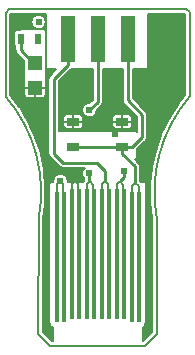
<source format=gbr>
%TF.GenerationSoftware,KiCad,Pcbnew,5.1.6-c6e7f7d~86~ubuntu18.04.1*%
%TF.CreationDate,2020-06-11T10:44:15+02:00*%
%TF.ProjectId,AVR_ISP_With_POGO_Pin,4156525f-4953-4505-9f57-6974685f504f,rev?*%
%TF.SameCoordinates,PX80efd00PY76109c0*%
%TF.FileFunction,Copper,L1,Top*%
%TF.FilePolarity,Positive*%
%FSLAX46Y46*%
G04 Gerber Fmt 4.6, Leading zero omitted, Abs format (unit mm)*
G04 Created by KiCad (PCBNEW 5.1.6-c6e7f7d~86~ubuntu18.04.1) date 2020-06-11 10:44:15*
%MOMM*%
%LPD*%
G01*
G04 APERTURE LIST*
%TA.AperFunction,Profile*%
%ADD10C,0.150000*%
%TD*%
%TA.AperFunction,SMDPad,CuDef*%
%ADD11R,1.198880X1.198880*%
%TD*%
%TA.AperFunction,SMDPad,CuDef*%
%ADD12R,0.500000X0.900000*%
%TD*%
%TA.AperFunction,SMDPad,CuDef*%
%ADD13R,1.050000X0.650000*%
%TD*%
%TA.AperFunction,SMDPad,CuDef*%
%ADD14R,1.300000X4.000000*%
%TD*%
%TA.AperFunction,SMDPad,CuDef*%
%ADD15R,0.304800X11.000000*%
%TD*%
%TA.AperFunction,ViaPad*%
%ADD16C,0.609600*%
%TD*%
%TA.AperFunction,Conductor*%
%ADD17C,0.152400*%
%TD*%
%TA.AperFunction,Conductor*%
%ADD18C,0.254000*%
%TD*%
%TA.AperFunction,Conductor*%
%ADD19C,0.203200*%
%TD*%
%TA.AperFunction,Conductor*%
%ADD20C,0.457200*%
%TD*%
G04 APERTURE END LIST*
D10*
X2780000Y1020000D02*
X3800000Y0D01*
X2802713Y10749714D02*
X2780000Y1020000D01*
X15600000Y28210000D02*
X15300000Y28500000D01*
X15602763Y21102606D02*
X15600000Y28210000D01*
X300000Y28500000D02*
X0Y28200000D01*
X15300000Y28500000D02*
X300000Y28500000D01*
X15602763Y21102605D02*
G75*
G03*
X12800000Y10800000I9447237J-8102605D01*
G01*
X2802713Y10749714D02*
G75*
G03*
X0Y21100000I-12202713J2250286D01*
G01*
X11800000Y0D02*
X12800000Y1000000D01*
X11800000Y0D02*
X3800000Y0D01*
X12800000Y10800000D02*
X12800000Y1000000D01*
X0Y21100000D02*
X0Y28200000D01*
D11*
%TO.P,D1,2*%
%TO.N,Net-(D1-Pad2)*%
X2500000Y23949020D03*
%TO.P,D1,1*%
%TO.N,/GND*%
X2500000Y21850980D03*
%TD*%
D12*
%TO.P,R1,1*%
%TO.N,/VCC*%
X2770000Y26000000D03*
%TO.P,R1,2*%
%TO.N,Net-(D1-Pad2)*%
X1270000Y26000000D03*
%TD*%
D13*
%TO.P,S1,1*%
%TO.N,/GND*%
X5725000Y18975000D03*
X9875000Y18975000D03*
%TO.P,S1,2*%
%TO.N,/RESET*%
X5725000Y16825000D03*
X9875000Y16825000D03*
%TD*%
D14*
%TO.P,P1,1*%
%TO.N,/MISO*%
X5260000Y26000000D03*
%TO.P,P1,3*%
%TO.N,/SCK*%
X7800000Y26000000D03*
%TO.P,P1,5*%
%TO.N,/RESET*%
X10340000Y26000000D03*
%TD*%
D15*
%TO.P,P2,5*%
%TO.N,/RESET*%
X11267100Y7520600D03*
X10682900Y7520600D03*
%TO.P,P2,4*%
%TO.N,/MOSI*%
X9997100Y7774600D03*
%TO.P,P2,1*%
%TO.N,/MISO*%
X8727100Y7774600D03*
%TO.P,P2,3*%
%TO.N,/SCK*%
X7457100Y7774600D03*
%TO.P,P2,6*%
%TO.N,/GND*%
X6187100Y7774600D03*
%TO.P,P2,2*%
%TO.N,/VCC*%
X4917100Y7520600D03*
%TO.P,P2,4*%
%TO.N,/MOSI*%
X9412900Y7774600D03*
%TO.P,P2,1*%
%TO.N,/MISO*%
X8142900Y7774600D03*
%TO.P,P2,3*%
%TO.N,/SCK*%
X6872900Y7774600D03*
%TO.P,P2,6*%
%TO.N,/GND*%
X5602900Y7774600D03*
%TO.P,P2,2*%
%TO.N,/VCC*%
X4332900Y7520600D03*
%TD*%
D16*
%TO.N,/GND*%
X14500000Y27400000D03*
X1100000Y27400000D03*
X12500000Y17700000D03*
X2794000Y19939000D03*
X3600000Y1700000D03*
X12000000Y1700000D03*
X9300000Y17900000D03*
X6600000Y23000000D03*
%TO.N,/VCC*%
X4650000Y13950000D03*
X2794000Y27400000D03*
%TO.N,/SCK*%
X7100000Y14600018D03*
X7100000Y19950000D03*
%TO.N,/MOSI*%
X10050000Y14750000D03*
%TD*%
D17*
%TO.N,Net-(D1-Pad2)*%
X2500000Y23949020D02*
X2339980Y23949020D01*
D18*
X1270000Y25019000D02*
X1270000Y26000000D01*
X2339980Y23949020D02*
X1270000Y25019000D01*
D19*
%TO.N,/GND*%
X5641000Y7774600D02*
X5641000Y13691000D01*
X5641000Y13691000D02*
X5900000Y13950000D01*
X5900000Y13950000D02*
X6149000Y13701000D01*
X6149000Y13701000D02*
X6149000Y7774600D01*
%TO.N,/VCC*%
X4650000Y13950000D02*
X4879000Y13721000D01*
X4879000Y13721000D02*
X4879000Y7774600D01*
X4650000Y13950000D02*
X4371000Y13671000D01*
X4371000Y13671000D02*
X4371000Y7774600D01*
D18*
X2794000Y26024000D02*
X2770000Y26000000D01*
D19*
%TO.N,/MISO*%
X8181000Y7774600D02*
X8181000Y13681000D01*
X8689000Y13661000D02*
X8689000Y7774600D01*
X8181000Y13681000D02*
X8425000Y13925000D01*
X8425000Y13925000D02*
X8689000Y13661000D01*
D18*
X8425000Y14816000D02*
X7747000Y15494000D01*
X8425000Y13925000D02*
X8425000Y14816000D01*
X4826000Y15494000D02*
X4064000Y16256000D01*
X4064000Y16256000D02*
X4064000Y22550000D01*
X5260000Y23746000D02*
X5260000Y26000000D01*
X4064000Y22550000D02*
X5260000Y23746000D01*
X7747000Y15494000D02*
X4826000Y15494000D01*
%TO.N,/SCK*%
X7100000Y14168966D02*
X7100000Y14600018D01*
X7100000Y13950000D02*
X7100000Y14168966D01*
X7150000Y13900000D02*
X7100000Y13950000D01*
X7800000Y26000000D02*
X7800000Y20650000D01*
X7800000Y20650000D02*
X7100000Y19950000D01*
X7800000Y26000000D02*
X7800000Y24650000D01*
D19*
X6911000Y7774600D02*
X6911000Y13661000D01*
X6911000Y13661000D02*
X7150000Y13900000D01*
X7150000Y13900000D02*
X7419000Y13631000D01*
X7419000Y13631000D02*
X7419000Y7774600D01*
%TO.N,/RESET*%
X10950000Y13800000D02*
X11267100Y13482900D01*
X11267100Y13482900D02*
X11267100Y7520600D01*
X10950000Y13800000D02*
X10682900Y13532900D01*
X10682900Y13532900D02*
X10682900Y7520600D01*
D18*
X9875000Y16825000D02*
X9875000Y16246000D01*
X9875000Y16246000D02*
X10950000Y15171000D01*
X10950000Y15171000D02*
X10950000Y13800000D01*
X5725000Y16825000D02*
X9875000Y16825000D01*
D20*
X9875000Y16825000D02*
X10075000Y16825000D01*
D18*
X10729000Y16825000D02*
X9875000Y16825000D01*
X11557000Y17653000D02*
X10729000Y16825000D01*
X11557000Y19558000D02*
X11557000Y17653000D01*
X10340000Y26000000D02*
X10340000Y20775000D01*
X10340000Y20775000D02*
X11557000Y19558000D01*
%TO.N,/MOSI*%
X10050000Y14750000D02*
X10050000Y14318948D01*
X9700000Y13968948D02*
X9700000Y13900000D01*
X10050000Y14318948D02*
X9700000Y13968948D01*
D19*
X9700000Y13900000D02*
X9959000Y13641000D01*
X9959000Y13641000D02*
X9959000Y7774600D01*
X9451000Y13651000D02*
X9700000Y13900000D01*
X9451000Y7774600D02*
X9451000Y13651000D01*
%TD*%
%TO.N,/GND*%
G36*
X3454400Y23495000D02*
G01*
X3456352Y23475179D01*
X3462134Y23456119D01*
X3471523Y23438554D01*
X3484158Y23423158D01*
X3499554Y23410523D01*
X3517119Y23401134D01*
X3536179Y23395352D01*
X3556000Y23393400D01*
X4296743Y23393400D01*
X3773674Y22870330D01*
X3757195Y22856806D01*
X3703235Y22791056D01*
X3684869Y22756695D01*
X3663140Y22716042D01*
X3638448Y22634647D01*
X3630111Y22550000D01*
X3632201Y22528780D01*
X3632200Y16277210D01*
X3630111Y16256000D01*
X3632200Y16234791D01*
X3638448Y16171353D01*
X3663139Y16089959D01*
X3703234Y16014945D01*
X3757194Y15949194D01*
X3773679Y15935665D01*
X4505670Y15203674D01*
X4519194Y15187194D01*
X4576751Y15139958D01*
X4584944Y15133234D01*
X4659958Y15093139D01*
X4741352Y15068448D01*
X4826000Y15060111D01*
X4847210Y15062200D01*
X6700076Y15062200D01*
X6626492Y14988616D01*
X6559779Y14888772D01*
X6513826Y14777832D01*
X6490400Y14660058D01*
X6490400Y14539978D01*
X6513826Y14422204D01*
X6559779Y14311264D01*
X6626492Y14211420D01*
X6668200Y14169712D01*
X6668200Y13992936D01*
X6637741Y13962477D01*
X6622243Y13949758D01*
X6609524Y13934260D01*
X6609518Y13934254D01*
X6588549Y13908702D01*
X6571457Y13887876D01*
X6560767Y13867876D01*
X6533893Y13817600D01*
X5274383Y13817600D01*
X5256762Y13875690D01*
X5259600Y13889960D01*
X5259600Y14010040D01*
X5236174Y14127814D01*
X5190221Y14238754D01*
X5123508Y14338598D01*
X5038598Y14423508D01*
X4938754Y14490221D01*
X4827814Y14536174D01*
X4710040Y14559600D01*
X4589960Y14559600D01*
X4472186Y14536174D01*
X4361246Y14490221D01*
X4261402Y14423508D01*
X4176492Y14338598D01*
X4109779Y14238754D01*
X4063826Y14127814D01*
X4040400Y14010040D01*
X4040400Y13908773D01*
X4031456Y13897875D01*
X3999621Y13838315D01*
X3993719Y13827274D01*
X3990784Y13817600D01*
X3810000Y13817600D01*
X3790179Y13815648D01*
X3771119Y13809866D01*
X3753554Y13800477D01*
X3738158Y13787842D01*
X3725523Y13772446D01*
X3716134Y13754881D01*
X3710352Y13735821D01*
X3708400Y13716000D01*
X3708400Y1651000D01*
X3710352Y1631179D01*
X3716134Y1612119D01*
X3725523Y1594554D01*
X3738158Y1579158D01*
X3753554Y1566523D01*
X3771119Y1557134D01*
X3790179Y1551352D01*
X3810000Y1549400D01*
X3998400Y1549400D01*
X3998400Y379800D01*
X3957318Y379800D01*
X3179800Y1157318D01*
X3179800Y10704230D01*
X3342341Y11922587D01*
X3342744Y11927892D01*
X3343596Y11933121D01*
X3345546Y11962879D01*
X3382337Y13369339D01*
X3382134Y13375975D01*
X3382452Y13382596D01*
X3381021Y13412383D01*
X3258360Y14813966D01*
X3257408Y14820533D01*
X3256974Y14827150D01*
X3252189Y14856520D01*
X3252180Y14856585D01*
X3252175Y14856605D01*
X2971643Y16235273D01*
X2969956Y16241682D01*
X2968774Y16248215D01*
X2960678Y16276917D01*
X2525874Y17614986D01*
X2523471Y17621165D01*
X2521558Y17627521D01*
X2510265Y17655122D01*
X1926781Y18935368D01*
X1923689Y18941244D01*
X1921073Y18947333D01*
X1906742Y18973455D01*
X1906729Y18973479D01*
X1906724Y18973487D01*
X1182068Y20179442D01*
X1178333Y20184927D01*
X1175042Y20190685D01*
X1157830Y20215038D01*
X379800Y21228930D01*
X379800Y21251540D01*
X1594285Y21251540D01*
X1600170Y21191789D01*
X1617599Y21134334D01*
X1645902Y21081383D01*
X1683991Y21034971D01*
X1730403Y20996882D01*
X1783354Y20968579D01*
X1840809Y20951150D01*
X1900560Y20945265D01*
X2423750Y20946740D01*
X2499950Y21022940D01*
X2499950Y21850930D01*
X2500050Y21850930D01*
X2500050Y21022940D01*
X2576250Y20946740D01*
X3099440Y20945265D01*
X3159191Y20951150D01*
X3216646Y20968579D01*
X3269597Y20996882D01*
X3316009Y21034971D01*
X3354098Y21081383D01*
X3382401Y21134334D01*
X3399830Y21191789D01*
X3405715Y21251540D01*
X3404240Y21774730D01*
X3328040Y21850930D01*
X2500050Y21850930D01*
X2499950Y21850930D01*
X1671960Y21850930D01*
X1595760Y21774730D01*
X1594285Y21251540D01*
X379800Y21251540D01*
X379800Y26450000D01*
X713726Y26450000D01*
X713726Y25550000D01*
X719611Y25490249D01*
X737040Y25432794D01*
X765342Y25379843D01*
X803432Y25333432D01*
X838200Y25304897D01*
X838200Y25040210D01*
X836111Y25019000D01*
X838200Y24997791D01*
X844448Y24934353D01*
X869139Y24852959D01*
X909234Y24777945D01*
X963194Y24712194D01*
X979679Y24698665D01*
X1549400Y24128943D01*
X1549400Y22479000D01*
X1551352Y22459179D01*
X1557134Y22440119D01*
X1566523Y22422554D01*
X1579158Y22407158D01*
X1594442Y22394615D01*
X1595760Y21927230D01*
X1671960Y21851030D01*
X2499950Y21851030D01*
X2499950Y21871030D01*
X2500050Y21871030D01*
X2500050Y21851030D01*
X3328040Y21851030D01*
X3404240Y21927230D01*
X3405715Y22450420D01*
X3403250Y22475447D01*
X3403600Y22479000D01*
X3403600Y23328116D01*
X3405714Y23349580D01*
X3405714Y24548460D01*
X3403600Y24569924D01*
X3403600Y26670000D01*
X3401648Y26689821D01*
X3395866Y26708881D01*
X3386477Y26726446D01*
X3373842Y26741842D01*
X3358446Y26754477D01*
X3340881Y26763866D01*
X3321821Y26769648D01*
X3302000Y26771600D01*
X1270000Y26771600D01*
X1250179Y26769648D01*
X1231119Y26763866D01*
X1216916Y26756274D01*
X1020000Y26756274D01*
X960249Y26750389D01*
X902794Y26732960D01*
X849843Y26704658D01*
X803432Y26666568D01*
X765342Y26620157D01*
X737040Y26567206D01*
X719611Y26509751D01*
X713726Y26450000D01*
X379800Y26450000D01*
X379800Y27460040D01*
X2184400Y27460040D01*
X2184400Y27339960D01*
X2207826Y27222186D01*
X2253779Y27111246D01*
X2320492Y27011402D01*
X2405402Y26926492D01*
X2505246Y26859779D01*
X2616186Y26813826D01*
X2733960Y26790400D01*
X2854040Y26790400D01*
X2971814Y26813826D01*
X3082754Y26859779D01*
X3182598Y26926492D01*
X3267508Y27011402D01*
X3334221Y27111246D01*
X3380174Y27222186D01*
X3403600Y27339960D01*
X3403600Y27460040D01*
X3380174Y27577814D01*
X3334221Y27688754D01*
X3267508Y27788598D01*
X3182598Y27873508D01*
X3082754Y27940221D01*
X2971814Y27986174D01*
X2854040Y28009600D01*
X2733960Y28009600D01*
X2616186Y27986174D01*
X2505246Y27940221D01*
X2405402Y27873508D01*
X2320492Y27788598D01*
X2253779Y27688754D01*
X2207826Y27577814D01*
X2184400Y27460040D01*
X379800Y27460040D01*
X379800Y28042682D01*
X457319Y28120200D01*
X3454400Y28120200D01*
X3454400Y23495000D01*
G37*
X3454400Y23495000D02*
X3456352Y23475179D01*
X3462134Y23456119D01*
X3471523Y23438554D01*
X3484158Y23423158D01*
X3499554Y23410523D01*
X3517119Y23401134D01*
X3536179Y23395352D01*
X3556000Y23393400D01*
X4296743Y23393400D01*
X3773674Y22870330D01*
X3757195Y22856806D01*
X3703235Y22791056D01*
X3684869Y22756695D01*
X3663140Y22716042D01*
X3638448Y22634647D01*
X3630111Y22550000D01*
X3632201Y22528780D01*
X3632200Y16277210D01*
X3630111Y16256000D01*
X3632200Y16234791D01*
X3638448Y16171353D01*
X3663139Y16089959D01*
X3703234Y16014945D01*
X3757194Y15949194D01*
X3773679Y15935665D01*
X4505670Y15203674D01*
X4519194Y15187194D01*
X4576751Y15139958D01*
X4584944Y15133234D01*
X4659958Y15093139D01*
X4741352Y15068448D01*
X4826000Y15060111D01*
X4847210Y15062200D01*
X6700076Y15062200D01*
X6626492Y14988616D01*
X6559779Y14888772D01*
X6513826Y14777832D01*
X6490400Y14660058D01*
X6490400Y14539978D01*
X6513826Y14422204D01*
X6559779Y14311264D01*
X6626492Y14211420D01*
X6668200Y14169712D01*
X6668200Y13992936D01*
X6637741Y13962477D01*
X6622243Y13949758D01*
X6609524Y13934260D01*
X6609518Y13934254D01*
X6588549Y13908702D01*
X6571457Y13887876D01*
X6560767Y13867876D01*
X6533893Y13817600D01*
X5274383Y13817600D01*
X5256762Y13875690D01*
X5259600Y13889960D01*
X5259600Y14010040D01*
X5236174Y14127814D01*
X5190221Y14238754D01*
X5123508Y14338598D01*
X5038598Y14423508D01*
X4938754Y14490221D01*
X4827814Y14536174D01*
X4710040Y14559600D01*
X4589960Y14559600D01*
X4472186Y14536174D01*
X4361246Y14490221D01*
X4261402Y14423508D01*
X4176492Y14338598D01*
X4109779Y14238754D01*
X4063826Y14127814D01*
X4040400Y14010040D01*
X4040400Y13908773D01*
X4031456Y13897875D01*
X3999621Y13838315D01*
X3993719Y13827274D01*
X3990784Y13817600D01*
X3810000Y13817600D01*
X3790179Y13815648D01*
X3771119Y13809866D01*
X3753554Y13800477D01*
X3738158Y13787842D01*
X3725523Y13772446D01*
X3716134Y13754881D01*
X3710352Y13735821D01*
X3708400Y13716000D01*
X3708400Y1651000D01*
X3710352Y1631179D01*
X3716134Y1612119D01*
X3725523Y1594554D01*
X3738158Y1579158D01*
X3753554Y1566523D01*
X3771119Y1557134D01*
X3790179Y1551352D01*
X3810000Y1549400D01*
X3998400Y1549400D01*
X3998400Y379800D01*
X3957318Y379800D01*
X3179800Y1157318D01*
X3179800Y10704230D01*
X3342341Y11922587D01*
X3342744Y11927892D01*
X3343596Y11933121D01*
X3345546Y11962879D01*
X3382337Y13369339D01*
X3382134Y13375975D01*
X3382452Y13382596D01*
X3381021Y13412383D01*
X3258360Y14813966D01*
X3257408Y14820533D01*
X3256974Y14827150D01*
X3252189Y14856520D01*
X3252180Y14856585D01*
X3252175Y14856605D01*
X2971643Y16235273D01*
X2969956Y16241682D01*
X2968774Y16248215D01*
X2960678Y16276917D01*
X2525874Y17614986D01*
X2523471Y17621165D01*
X2521558Y17627521D01*
X2510265Y17655122D01*
X1926781Y18935368D01*
X1923689Y18941244D01*
X1921073Y18947333D01*
X1906742Y18973455D01*
X1906729Y18973479D01*
X1906724Y18973487D01*
X1182068Y20179442D01*
X1178333Y20184927D01*
X1175042Y20190685D01*
X1157830Y20215038D01*
X379800Y21228930D01*
X379800Y21251540D01*
X1594285Y21251540D01*
X1600170Y21191789D01*
X1617599Y21134334D01*
X1645902Y21081383D01*
X1683991Y21034971D01*
X1730403Y20996882D01*
X1783354Y20968579D01*
X1840809Y20951150D01*
X1900560Y20945265D01*
X2423750Y20946740D01*
X2499950Y21022940D01*
X2499950Y21850930D01*
X2500050Y21850930D01*
X2500050Y21022940D01*
X2576250Y20946740D01*
X3099440Y20945265D01*
X3159191Y20951150D01*
X3216646Y20968579D01*
X3269597Y20996882D01*
X3316009Y21034971D01*
X3354098Y21081383D01*
X3382401Y21134334D01*
X3399830Y21191789D01*
X3405715Y21251540D01*
X3404240Y21774730D01*
X3328040Y21850930D01*
X2500050Y21850930D01*
X2499950Y21850930D01*
X1671960Y21850930D01*
X1595760Y21774730D01*
X1594285Y21251540D01*
X379800Y21251540D01*
X379800Y26450000D01*
X713726Y26450000D01*
X713726Y25550000D01*
X719611Y25490249D01*
X737040Y25432794D01*
X765342Y25379843D01*
X803432Y25333432D01*
X838200Y25304897D01*
X838200Y25040210D01*
X836111Y25019000D01*
X838200Y24997791D01*
X844448Y24934353D01*
X869139Y24852959D01*
X909234Y24777945D01*
X963194Y24712194D01*
X979679Y24698665D01*
X1549400Y24128943D01*
X1549400Y22479000D01*
X1551352Y22459179D01*
X1557134Y22440119D01*
X1566523Y22422554D01*
X1579158Y22407158D01*
X1594442Y22394615D01*
X1595760Y21927230D01*
X1671960Y21851030D01*
X2499950Y21851030D01*
X2499950Y21871030D01*
X2500050Y21871030D01*
X2500050Y21851030D01*
X3328040Y21851030D01*
X3404240Y21927230D01*
X3405715Y22450420D01*
X3403250Y22475447D01*
X3403600Y22479000D01*
X3403600Y23328116D01*
X3405714Y23349580D01*
X3405714Y24548460D01*
X3403600Y24569924D01*
X3403600Y26670000D01*
X3401648Y26689821D01*
X3395866Y26708881D01*
X3386477Y26726446D01*
X3373842Y26741842D01*
X3358446Y26754477D01*
X3340881Y26763866D01*
X3321821Y26769648D01*
X3302000Y26771600D01*
X1270000Y26771600D01*
X1250179Y26769648D01*
X1231119Y26763866D01*
X1216916Y26756274D01*
X1020000Y26756274D01*
X960249Y26750389D01*
X902794Y26732960D01*
X849843Y26704658D01*
X803432Y26666568D01*
X765342Y26620157D01*
X737040Y26567206D01*
X719611Y26509751D01*
X713726Y26450000D01*
X379800Y26450000D01*
X379800Y27460040D01*
X2184400Y27460040D01*
X2184400Y27339960D01*
X2207826Y27222186D01*
X2253779Y27111246D01*
X2320492Y27011402D01*
X2405402Y26926492D01*
X2505246Y26859779D01*
X2616186Y26813826D01*
X2733960Y26790400D01*
X2854040Y26790400D01*
X2971814Y26813826D01*
X3082754Y26859779D01*
X3182598Y26926492D01*
X3267508Y27011402D01*
X3334221Y27111246D01*
X3380174Y27222186D01*
X3403600Y27339960D01*
X3403600Y27460040D01*
X3380174Y27577814D01*
X3334221Y27688754D01*
X3267508Y27788598D01*
X3182598Y27873508D01*
X3082754Y27940221D01*
X2971814Y27986174D01*
X2854040Y28009600D01*
X2733960Y28009600D01*
X2616186Y27986174D01*
X2505246Y27940221D01*
X2405402Y27873508D01*
X2320492Y27788598D01*
X2253779Y27688754D01*
X2207826Y27577814D01*
X2184400Y27460040D01*
X379800Y27460040D01*
X379800Y28042682D01*
X457319Y28120200D01*
X3454400Y28120200D01*
X3454400Y23495000D01*
G36*
X15220263Y28048838D02*
G01*
X15222913Y21233201D01*
X14595297Y20428982D01*
X14592653Y20425167D01*
X14589677Y20421597D01*
X14572864Y20396967D01*
X13823610Y19201103D01*
X13820411Y19195288D01*
X13816769Y19189748D01*
X13802851Y19163373D01*
X13193790Y17890378D01*
X13191268Y17884235D01*
X13188279Y17878322D01*
X13177456Y17850589D01*
X13177436Y17850540D01*
X13177431Y17850524D01*
X12716397Y16516781D01*
X12714589Y16510401D01*
X12712285Y16504178D01*
X12704672Y16475401D01*
X12704657Y16475348D01*
X12704654Y16475331D01*
X12397569Y15097971D01*
X12396496Y15091430D01*
X12394910Y15084984D01*
X12390603Y15055523D01*
X12390595Y15055475D01*
X12390594Y15055459D01*
X12241402Y13652189D01*
X12241076Y13645559D01*
X12240231Y13638984D01*
X12239287Y13609234D01*
X12239284Y13609177D01*
X12239285Y13609159D01*
X12249909Y12198022D01*
X12250335Y12191403D01*
X12250240Y12184770D01*
X12252669Y12155108D01*
X12252673Y12155046D01*
X12252676Y12155027D01*
X12420200Y10777001D01*
X12420201Y1157319D01*
X11642682Y379800D01*
X11601600Y379800D01*
X11601600Y1549400D01*
X11811000Y1549400D01*
X11830821Y1551352D01*
X11849881Y1557134D01*
X11867446Y1566523D01*
X11882842Y1579158D01*
X11895477Y1594554D01*
X11904866Y1612119D01*
X11910648Y1631179D01*
X11912600Y1651000D01*
X11912600Y13716000D01*
X11910648Y13735821D01*
X11904866Y13754881D01*
X11895477Y13772446D01*
X11882842Y13787842D01*
X11867446Y13800477D01*
X11849881Y13809866D01*
X11830821Y13815648D01*
X11811000Y13817600D01*
X11507136Y13817600D01*
X11381800Y13942936D01*
X11381800Y15149790D01*
X11383889Y15171000D01*
X11375552Y15255648D01*
X11350861Y15337042D01*
X11310766Y15412056D01*
X11256806Y15477806D01*
X11240328Y15491329D01*
X10958257Y15773400D01*
X11049000Y15773400D01*
X11068821Y15775352D01*
X11087881Y15781134D01*
X11105446Y15790523D01*
X11120842Y15803158D01*
X11133477Y15818554D01*
X11142866Y15836119D01*
X11148648Y15855179D01*
X11150600Y15875000D01*
X11150600Y16635944D01*
X11847326Y17332670D01*
X11863806Y17346194D01*
X11917766Y17411944D01*
X11957861Y17486958D01*
X11982552Y17568352D01*
X11988800Y17631790D01*
X11990889Y17653000D01*
X11988800Y17674210D01*
X11988800Y19536790D01*
X11990889Y19558000D01*
X11982552Y19642648D01*
X11957861Y19724043D01*
X11932128Y19772186D01*
X11917766Y19799056D01*
X11863806Y19864806D01*
X11847328Y19878329D01*
X10771800Y20953856D01*
X10771800Y23393400D01*
X11938000Y23393400D01*
X11957821Y23395352D01*
X11976881Y23401134D01*
X11994446Y23410523D01*
X12009842Y23423158D01*
X12022477Y23438554D01*
X12031866Y23456119D01*
X12037648Y23475179D01*
X12039600Y23495000D01*
X12039600Y28120200D01*
X15146440Y28120200D01*
X15220263Y28048838D01*
G37*
X15220263Y28048838D02*
X15222913Y21233201D01*
X14595297Y20428982D01*
X14592653Y20425167D01*
X14589677Y20421597D01*
X14572864Y20396967D01*
X13823610Y19201103D01*
X13820411Y19195288D01*
X13816769Y19189748D01*
X13802851Y19163373D01*
X13193790Y17890378D01*
X13191268Y17884235D01*
X13188279Y17878322D01*
X13177456Y17850589D01*
X13177436Y17850540D01*
X13177431Y17850524D01*
X12716397Y16516781D01*
X12714589Y16510401D01*
X12712285Y16504178D01*
X12704672Y16475401D01*
X12704657Y16475348D01*
X12704654Y16475331D01*
X12397569Y15097971D01*
X12396496Y15091430D01*
X12394910Y15084984D01*
X12390603Y15055523D01*
X12390595Y15055475D01*
X12390594Y15055459D01*
X12241402Y13652189D01*
X12241076Y13645559D01*
X12240231Y13638984D01*
X12239287Y13609234D01*
X12239284Y13609177D01*
X12239285Y13609159D01*
X12249909Y12198022D01*
X12250335Y12191403D01*
X12250240Y12184770D01*
X12252669Y12155108D01*
X12252673Y12155046D01*
X12252676Y12155027D01*
X12420200Y10777001D01*
X12420201Y1157319D01*
X11642682Y379800D01*
X11601600Y379800D01*
X11601600Y1549400D01*
X11811000Y1549400D01*
X11830821Y1551352D01*
X11849881Y1557134D01*
X11867446Y1566523D01*
X11882842Y1579158D01*
X11895477Y1594554D01*
X11904866Y1612119D01*
X11910648Y1631179D01*
X11912600Y1651000D01*
X11912600Y13716000D01*
X11910648Y13735821D01*
X11904866Y13754881D01*
X11895477Y13772446D01*
X11882842Y13787842D01*
X11867446Y13800477D01*
X11849881Y13809866D01*
X11830821Y13815648D01*
X11811000Y13817600D01*
X11507136Y13817600D01*
X11381800Y13942936D01*
X11381800Y15149790D01*
X11383889Y15171000D01*
X11375552Y15255648D01*
X11350861Y15337042D01*
X11310766Y15412056D01*
X11256806Y15477806D01*
X11240328Y15491329D01*
X10958257Y15773400D01*
X11049000Y15773400D01*
X11068821Y15775352D01*
X11087881Y15781134D01*
X11105446Y15790523D01*
X11120842Y15803158D01*
X11133477Y15818554D01*
X11142866Y15836119D01*
X11148648Y15855179D01*
X11150600Y15875000D01*
X11150600Y16635944D01*
X11847326Y17332670D01*
X11863806Y17346194D01*
X11917766Y17411944D01*
X11957861Y17486958D01*
X11982552Y17568352D01*
X11988800Y17631790D01*
X11990889Y17653000D01*
X11988800Y17674210D01*
X11988800Y19536790D01*
X11990889Y19558000D01*
X11982552Y19642648D01*
X11957861Y19724043D01*
X11932128Y19772186D01*
X11917766Y19799056D01*
X11863806Y19864806D01*
X11847328Y19878329D01*
X10771800Y20953856D01*
X10771800Y23393400D01*
X11938000Y23393400D01*
X11957821Y23395352D01*
X11976881Y23401134D01*
X11994446Y23410523D01*
X12009842Y23423158D01*
X12022477Y23438554D01*
X12031866Y23456119D01*
X12037648Y23475179D01*
X12039600Y23495000D01*
X12039600Y28120200D01*
X15146440Y28120200D01*
X15220263Y28048838D01*
G36*
X7368201Y20828859D02*
G01*
X7098943Y20559600D01*
X7039960Y20559600D01*
X6922186Y20536174D01*
X6811246Y20490221D01*
X6711402Y20423508D01*
X6626492Y20338598D01*
X6559779Y20238754D01*
X6513826Y20127814D01*
X6490400Y20010040D01*
X6490400Y19889960D01*
X6513826Y19772186D01*
X6559779Y19661246D01*
X6626492Y19561402D01*
X6711402Y19476492D01*
X6811246Y19409779D01*
X6922186Y19363826D01*
X7039960Y19340400D01*
X7160040Y19340400D01*
X7277814Y19363826D01*
X7388754Y19409779D01*
X7488598Y19476492D01*
X7573508Y19561402D01*
X7640221Y19661246D01*
X7686174Y19772186D01*
X7709600Y19889960D01*
X7709600Y19948943D01*
X8090332Y20329674D01*
X8106806Y20343194D01*
X8160766Y20408944D01*
X8200861Y20483958D01*
X8225552Y20565352D01*
X8231800Y20628790D01*
X8231800Y20628796D01*
X8233888Y20649999D01*
X8231800Y20671202D01*
X8231800Y23393400D01*
X9908200Y23393400D01*
X9908201Y20796220D01*
X9906111Y20775000D01*
X9914448Y20690353D01*
X9926690Y20649999D01*
X9939140Y20608958D01*
X9979235Y20533944D01*
X10033195Y20468194D01*
X10049674Y20454670D01*
X11125200Y19379143D01*
X11125201Y18100531D01*
X11120842Y18105842D01*
X11105446Y18118477D01*
X11087881Y18127866D01*
X11068821Y18133648D01*
X11049000Y18135600D01*
X4495800Y18135600D01*
X4495800Y18650000D01*
X4893725Y18650000D01*
X4899610Y18590249D01*
X4917039Y18532794D01*
X4945342Y18479843D01*
X4983431Y18433431D01*
X5029843Y18395342D01*
X5082794Y18367039D01*
X5140249Y18349610D01*
X5200000Y18343725D01*
X5648750Y18345200D01*
X5724950Y18421400D01*
X5724950Y18974950D01*
X5725050Y18974950D01*
X5725050Y18421400D01*
X5801250Y18345200D01*
X6250000Y18343725D01*
X6309751Y18349610D01*
X6367206Y18367039D01*
X6420157Y18395342D01*
X6466569Y18433431D01*
X6504658Y18479843D01*
X6532961Y18532794D01*
X6550390Y18590249D01*
X6556275Y18650000D01*
X9043725Y18650000D01*
X9049610Y18590249D01*
X9067039Y18532794D01*
X9095342Y18479843D01*
X9133431Y18433431D01*
X9179843Y18395342D01*
X9232794Y18367039D01*
X9290249Y18349610D01*
X9350000Y18343725D01*
X9798750Y18345200D01*
X9874950Y18421400D01*
X9874950Y18974950D01*
X9875050Y18974950D01*
X9875050Y18421400D01*
X9951250Y18345200D01*
X10400000Y18343725D01*
X10459751Y18349610D01*
X10517206Y18367039D01*
X10570157Y18395342D01*
X10616569Y18433431D01*
X10654658Y18479843D01*
X10682961Y18532794D01*
X10700390Y18590249D01*
X10706275Y18650000D01*
X10704800Y18898750D01*
X10628600Y18974950D01*
X9875050Y18974950D01*
X9874950Y18974950D01*
X9121400Y18974950D01*
X9045200Y18898750D01*
X9043725Y18650000D01*
X6556275Y18650000D01*
X6554800Y18898750D01*
X6478600Y18974950D01*
X5725050Y18974950D01*
X5724950Y18974950D01*
X4971400Y18974950D01*
X4895200Y18898750D01*
X4893725Y18650000D01*
X4495800Y18650000D01*
X4495800Y19300000D01*
X4893725Y19300000D01*
X4895200Y19051250D01*
X4971400Y18975050D01*
X5724950Y18975050D01*
X5724950Y19528600D01*
X5725050Y19528600D01*
X5725050Y18975050D01*
X6478600Y18975050D01*
X6554800Y19051250D01*
X6556275Y19300000D01*
X9043725Y19300000D01*
X9045200Y19051250D01*
X9121400Y18975050D01*
X9874950Y18975050D01*
X9874950Y19528600D01*
X9875050Y19528600D01*
X9875050Y18975050D01*
X10628600Y18975050D01*
X10704800Y19051250D01*
X10706275Y19300000D01*
X10700390Y19359751D01*
X10682961Y19417206D01*
X10654658Y19470157D01*
X10616569Y19516569D01*
X10570157Y19554658D01*
X10517206Y19582961D01*
X10459751Y19600390D01*
X10400000Y19606275D01*
X9951250Y19604800D01*
X9875050Y19528600D01*
X9874950Y19528600D01*
X9798750Y19604800D01*
X9350000Y19606275D01*
X9290249Y19600390D01*
X9232794Y19582961D01*
X9179843Y19554658D01*
X9133431Y19516569D01*
X9095342Y19470157D01*
X9067039Y19417206D01*
X9049610Y19359751D01*
X9043725Y19300000D01*
X6556275Y19300000D01*
X6550390Y19359751D01*
X6532961Y19417206D01*
X6504658Y19470157D01*
X6466569Y19516569D01*
X6420157Y19554658D01*
X6367206Y19582961D01*
X6309751Y19600390D01*
X6250000Y19606275D01*
X5801250Y19604800D01*
X5725050Y19528600D01*
X5724950Y19528600D01*
X5648750Y19604800D01*
X5200000Y19606275D01*
X5140249Y19600390D01*
X5082794Y19582961D01*
X5029843Y19554658D01*
X4983431Y19516569D01*
X4945342Y19470157D01*
X4917039Y19417206D01*
X4899610Y19359751D01*
X4893725Y19300000D01*
X4495800Y19300000D01*
X4495800Y22371144D01*
X5518058Y23393400D01*
X7368200Y23393400D01*
X7368201Y20828859D01*
G37*
X7368201Y20828859D02*
X7098943Y20559600D01*
X7039960Y20559600D01*
X6922186Y20536174D01*
X6811246Y20490221D01*
X6711402Y20423508D01*
X6626492Y20338598D01*
X6559779Y20238754D01*
X6513826Y20127814D01*
X6490400Y20010040D01*
X6490400Y19889960D01*
X6513826Y19772186D01*
X6559779Y19661246D01*
X6626492Y19561402D01*
X6711402Y19476492D01*
X6811246Y19409779D01*
X6922186Y19363826D01*
X7039960Y19340400D01*
X7160040Y19340400D01*
X7277814Y19363826D01*
X7388754Y19409779D01*
X7488598Y19476492D01*
X7573508Y19561402D01*
X7640221Y19661246D01*
X7686174Y19772186D01*
X7709600Y19889960D01*
X7709600Y19948943D01*
X8090332Y20329674D01*
X8106806Y20343194D01*
X8160766Y20408944D01*
X8200861Y20483958D01*
X8225552Y20565352D01*
X8231800Y20628790D01*
X8231800Y20628796D01*
X8233888Y20649999D01*
X8231800Y20671202D01*
X8231800Y23393400D01*
X9908200Y23393400D01*
X9908201Y20796220D01*
X9906111Y20775000D01*
X9914448Y20690353D01*
X9926690Y20649999D01*
X9939140Y20608958D01*
X9979235Y20533944D01*
X10033195Y20468194D01*
X10049674Y20454670D01*
X11125200Y19379143D01*
X11125201Y18100531D01*
X11120842Y18105842D01*
X11105446Y18118477D01*
X11087881Y18127866D01*
X11068821Y18133648D01*
X11049000Y18135600D01*
X4495800Y18135600D01*
X4495800Y18650000D01*
X4893725Y18650000D01*
X4899610Y18590249D01*
X4917039Y18532794D01*
X4945342Y18479843D01*
X4983431Y18433431D01*
X5029843Y18395342D01*
X5082794Y18367039D01*
X5140249Y18349610D01*
X5200000Y18343725D01*
X5648750Y18345200D01*
X5724950Y18421400D01*
X5724950Y18974950D01*
X5725050Y18974950D01*
X5725050Y18421400D01*
X5801250Y18345200D01*
X6250000Y18343725D01*
X6309751Y18349610D01*
X6367206Y18367039D01*
X6420157Y18395342D01*
X6466569Y18433431D01*
X6504658Y18479843D01*
X6532961Y18532794D01*
X6550390Y18590249D01*
X6556275Y18650000D01*
X9043725Y18650000D01*
X9049610Y18590249D01*
X9067039Y18532794D01*
X9095342Y18479843D01*
X9133431Y18433431D01*
X9179843Y18395342D01*
X9232794Y18367039D01*
X9290249Y18349610D01*
X9350000Y18343725D01*
X9798750Y18345200D01*
X9874950Y18421400D01*
X9874950Y18974950D01*
X9875050Y18974950D01*
X9875050Y18421400D01*
X9951250Y18345200D01*
X10400000Y18343725D01*
X10459751Y18349610D01*
X10517206Y18367039D01*
X10570157Y18395342D01*
X10616569Y18433431D01*
X10654658Y18479843D01*
X10682961Y18532794D01*
X10700390Y18590249D01*
X10706275Y18650000D01*
X10704800Y18898750D01*
X10628600Y18974950D01*
X9875050Y18974950D01*
X9874950Y18974950D01*
X9121400Y18974950D01*
X9045200Y18898750D01*
X9043725Y18650000D01*
X6556275Y18650000D01*
X6554800Y18898750D01*
X6478600Y18974950D01*
X5725050Y18974950D01*
X5724950Y18974950D01*
X4971400Y18974950D01*
X4895200Y18898750D01*
X4893725Y18650000D01*
X4495800Y18650000D01*
X4495800Y19300000D01*
X4893725Y19300000D01*
X4895200Y19051250D01*
X4971400Y18975050D01*
X5724950Y18975050D01*
X5724950Y19528600D01*
X5725050Y19528600D01*
X5725050Y18975050D01*
X6478600Y18975050D01*
X6554800Y19051250D01*
X6556275Y19300000D01*
X9043725Y19300000D01*
X9045200Y19051250D01*
X9121400Y18975050D01*
X9874950Y18975050D01*
X9874950Y19528600D01*
X9875050Y19528600D01*
X9875050Y18975050D01*
X10628600Y18975050D01*
X10704800Y19051250D01*
X10706275Y19300000D01*
X10700390Y19359751D01*
X10682961Y19417206D01*
X10654658Y19470157D01*
X10616569Y19516569D01*
X10570157Y19554658D01*
X10517206Y19582961D01*
X10459751Y19600390D01*
X10400000Y19606275D01*
X9951250Y19604800D01*
X9875050Y19528600D01*
X9874950Y19528600D01*
X9798750Y19604800D01*
X9350000Y19606275D01*
X9290249Y19600390D01*
X9232794Y19582961D01*
X9179843Y19554658D01*
X9133431Y19516569D01*
X9095342Y19470157D01*
X9067039Y19417206D01*
X9049610Y19359751D01*
X9043725Y19300000D01*
X6556275Y19300000D01*
X6550390Y19359751D01*
X6532961Y19417206D01*
X6504658Y19470157D01*
X6466569Y19516569D01*
X6420157Y19554658D01*
X6367206Y19582961D01*
X6309751Y19600390D01*
X6250000Y19606275D01*
X5801250Y19604800D01*
X5725050Y19528600D01*
X5724950Y19528600D01*
X5648750Y19604800D01*
X5200000Y19606275D01*
X5140249Y19600390D01*
X5082794Y19582961D01*
X5029843Y19554658D01*
X4983431Y19516569D01*
X4945342Y19470157D01*
X4917039Y19417206D01*
X4899610Y19359751D01*
X4893725Y19300000D01*
X4495800Y19300000D01*
X4495800Y22371144D01*
X5518058Y23393400D01*
X7368200Y23393400D01*
X7368201Y20828859D01*
%TD*%
M02*

</source>
